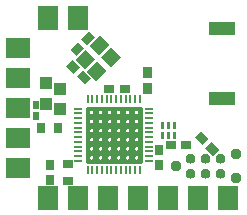
<source format=gts>
G04 DipTrace 2.4.0.2*
%IN2dB-SBLE.gts*%
%MOIN*%
%ADD10C,0.0098*%
%ADD36C,0.0374*%
%ADD44O,0.0094X0.0272*%
%ADD46O,0.0272X0.0094*%
%ADD48R,0.0213X0.0252*%
%ADD50R,0.0311X0.037*%
%ADD52R,0.0685X0.0816*%
%ADD54R,0.0816X0.0685*%
%ADD56R,0.037X0.0311*%
%ADD58R,0.0291X0.037*%
%ADD60R,0.0409X0.0449*%
%ADD62R,0.037X0.0291*%
%FSLAX44Y44*%
G04*
G70*
G90*
G75*
G01*
%LNTopMask*%
%LPD*%
G36*
X10295Y7023D2*
Y7472D1*
X11176D1*
Y7023D1*
X10295D1*
G37*
G36*
Y9346D2*
Y9794D1*
X11176D1*
Y9346D1*
X10295D1*
G37*
G36*
X9203Y6237D2*
X9089D1*
Y6469D1*
X9203D1*
Y6237D1*
G37*
G36*
X9007D2*
X8892D1*
Y6469D1*
X9007D1*
Y6237D1*
G37*
G36*
X8810D2*
X8696D1*
Y6469D1*
X8810D1*
Y6237D1*
G37*
G36*
Y5902D2*
X8696D1*
Y6135D1*
X8810D1*
Y5902D1*
G37*
G36*
X9007D2*
X8892D1*
Y6135D1*
X9007D1*
Y5902D1*
G37*
G36*
X9203D2*
X9089D1*
Y6135D1*
X9203D1*
Y5902D1*
G37*
G36*
X6245Y9024D2*
X6039Y9230D1*
X6301Y9491D1*
X6507Y9285D1*
X6245Y9024D1*
G37*
G36*
X5884Y8662D2*
X5678Y8868D1*
X5939Y9130D1*
X6145Y8924D1*
X5884Y8662D1*
G37*
G36*
X6371Y7915D2*
X6165Y7709D1*
X5903Y7970D1*
X6109Y8176D1*
X6371Y7915D1*
G37*
G36*
X6009Y8276D2*
X5803Y8070D1*
X5541Y8332D1*
X5747Y8538D1*
X6009Y8276D1*
G37*
D62*
X9025Y5680D3*
X9537D3*
D60*
X5348Y6895D3*
Y7564D3*
D62*
X7484Y7550D3*
X6972D3*
G36*
X8100Y7769D2*
X8391D1*
Y7398D1*
X8100D1*
Y7769D1*
G37*
G36*
Y8280D2*
X8391D1*
Y7910D1*
X8100D1*
Y8280D1*
G37*
D58*
X8645Y5535D3*
Y5023D3*
X5007Y5041D3*
Y4529D3*
D60*
X4862Y7073D3*
Y7742D3*
D56*
X5612Y5058D3*
Y4507D3*
D54*
X3937Y8937D3*
Y7937D3*
Y6937D3*
Y5937D3*
Y4937D3*
D52*
X4937Y9937D3*
X5937D3*
X6937Y3937D3*
X7937D3*
X8937D3*
D50*
X5250Y6273D3*
X4699D3*
D48*
X4520Y6642D3*
Y7036D3*
D52*
X4937Y3937D3*
X5937D3*
X9937D3*
X10937D3*
G36*
X10288Y5893D2*
X10082Y5687D1*
X9820Y5949D1*
X10026Y6155D1*
X10288Y5893D1*
G37*
G36*
X10650Y5531D2*
X10444Y5325D1*
X10182Y5587D1*
X10388Y5793D1*
X10650Y5531D1*
G37*
G36*
X9847Y5238D2*
X9845Y5267D1*
X9837Y5294D1*
X9825Y5320D1*
X9809Y5343D1*
X9789Y5363D1*
X9766Y5379D1*
X9740Y5391D1*
X9713Y5399D1*
X9684Y5401D1*
D1*
X9656Y5399D1*
X9629Y5391D1*
X9603Y5379D1*
X9580Y5363D1*
X9560Y5343D1*
X9543Y5320D1*
X9531Y5294D1*
X9524Y5267D1*
X9521Y5238D1*
D1*
X9524Y5210D1*
X9531Y5183D1*
X9543Y5157D1*
X9560Y5134D1*
X9580Y5113D1*
X9603Y5097D1*
X9629Y5085D1*
X9656Y5078D1*
X9684Y5075D1*
D1*
X9713Y5078D1*
X9740Y5085D1*
X9766Y5097D1*
X9789Y5113D1*
X9809Y5134D1*
X9825Y5157D1*
X9837Y5183D1*
X9845Y5210D1*
X9847Y5238D1*
G37*
G36*
X10347D2*
X10345Y5267D1*
X10337Y5294D1*
X10325Y5320D1*
X10309Y5343D1*
X10289Y5363D1*
X10266Y5379D1*
X10240Y5391D1*
X10213Y5399D1*
X10184Y5401D1*
D1*
X10156Y5399D1*
X10129Y5391D1*
X10103Y5379D1*
X10080Y5363D1*
X10060Y5343D1*
X10043Y5320D1*
X10031Y5294D1*
X10024Y5267D1*
X10021Y5238D1*
D1*
X10024Y5210D1*
X10031Y5183D1*
X10043Y5157D1*
X10060Y5134D1*
X10080Y5113D1*
X10103Y5097D1*
X10129Y5085D1*
X10156Y5078D1*
X10184Y5075D1*
D1*
X10213Y5078D1*
X10240Y5085D1*
X10266Y5097D1*
X10289Y5113D1*
X10309Y5134D1*
X10325Y5157D1*
X10337Y5183D1*
X10345Y5210D1*
X10347Y5238D1*
G37*
G36*
X10847D2*
X10845Y5267D1*
X10837Y5294D1*
X10825Y5320D1*
X10809Y5343D1*
X10789Y5363D1*
X10766Y5379D1*
X10740Y5391D1*
X10713Y5399D1*
X10684Y5401D1*
D1*
X10656Y5399D1*
X10629Y5391D1*
X10603Y5379D1*
X10580Y5363D1*
X10560Y5343D1*
X10543Y5320D1*
X10531Y5294D1*
X10524Y5267D1*
X10521Y5238D1*
D1*
X10524Y5210D1*
X10531Y5183D1*
X10543Y5157D1*
X10560Y5134D1*
X10580Y5113D1*
X10603Y5097D1*
X10629Y5085D1*
X10656Y5078D1*
X10684Y5075D1*
D1*
X10713Y5078D1*
X10740Y5085D1*
X10766Y5097D1*
X10789Y5113D1*
X10809Y5134D1*
X10825Y5157D1*
X10837Y5183D1*
X10845Y5210D1*
X10847Y5238D1*
G37*
G36*
Y4738D2*
X10845Y4767D1*
X10837Y4794D1*
X10825Y4820D1*
X10809Y4843D1*
X10789Y4863D1*
X10766Y4879D1*
X10740Y4891D1*
X10713Y4899D1*
X10684Y4901D1*
D1*
X10656Y4899D1*
X10629Y4891D1*
X10603Y4879D1*
X10580Y4863D1*
X10560Y4843D1*
X10543Y4820D1*
X10531Y4794D1*
X10524Y4767D1*
X10521Y4738D1*
D1*
X10524Y4710D1*
X10531Y4683D1*
X10543Y4657D1*
X10560Y4634D1*
X10580Y4613D1*
X10603Y4597D1*
X10629Y4585D1*
X10656Y4578D1*
X10684Y4575D1*
D1*
X10713Y4578D1*
X10740Y4585D1*
X10766Y4597D1*
X10789Y4613D1*
X10809Y4634D1*
X10825Y4657D1*
X10837Y4683D1*
X10845Y4710D1*
X10847Y4738D1*
G37*
G36*
X10347D2*
X10345Y4767D1*
X10337Y4794D1*
X10325Y4820D1*
X10309Y4843D1*
X10289Y4863D1*
X10266Y4879D1*
X10240Y4891D1*
X10213Y4899D1*
X10184Y4901D1*
D1*
X10156Y4899D1*
X10129Y4891D1*
X10103Y4879D1*
X10080Y4863D1*
X10060Y4843D1*
X10043Y4820D1*
X10031Y4794D1*
X10024Y4767D1*
X10021Y4738D1*
D1*
X10024Y4710D1*
X10031Y4683D1*
X10043Y4657D1*
X10060Y4634D1*
X10080Y4613D1*
X10103Y4597D1*
X10129Y4585D1*
X10156Y4578D1*
X10184Y4575D1*
D1*
X10213Y4578D1*
X10240Y4585D1*
X10266Y4597D1*
X10289Y4613D1*
X10309Y4634D1*
X10325Y4657D1*
X10337Y4683D1*
X10345Y4710D1*
X10347Y4738D1*
G37*
G36*
X9847D2*
X9845Y4767D1*
X9837Y4794D1*
X9825Y4820D1*
X9809Y4843D1*
X9789Y4863D1*
X9766Y4879D1*
X9740Y4891D1*
X9713Y4899D1*
X9684Y4901D1*
D1*
X9656Y4899D1*
X9629Y4891D1*
X9603Y4879D1*
X9580Y4863D1*
X9560Y4843D1*
X9543Y4820D1*
X9531Y4794D1*
X9524Y4767D1*
X9521Y4738D1*
D1*
X9524Y4710D1*
X9531Y4683D1*
X9543Y4657D1*
X9560Y4634D1*
X9580Y4613D1*
X9603Y4597D1*
X9629Y4585D1*
X9656Y4578D1*
X9684Y4575D1*
D1*
X9713Y4578D1*
X9740Y4585D1*
X9766Y4597D1*
X9789Y4613D1*
X9809Y4634D1*
X9825Y4657D1*
X9837Y4683D1*
X9845Y4710D1*
X9847Y4738D1*
G37*
D36*
X9184Y4988D3*
X11184Y5388D3*
Y4588D3*
X7468Y6183D2*
D10*
Y6191D1*
X7469Y6198D1*
X7470Y6206D1*
X7472Y6213D1*
X7474Y6221D1*
X7477Y6228D1*
X7480Y6235D1*
X7484Y6241D1*
X7488Y6248D1*
X7492Y6254D1*
X7497Y6259D1*
X7502Y6265D1*
X7508Y6270D1*
X7514Y6274D1*
X7520Y6278D1*
X7527Y6282D1*
X7533Y6285D1*
X7540Y6288D1*
X7547Y6290D1*
X7554Y6291D1*
X7562Y6292D1*
X7569Y6293D1*
X7576D1*
X7584Y6292D1*
X7591Y6291D1*
X7598Y6290D1*
X7605Y6288D1*
X7612Y6285D1*
X7619Y6282D1*
X7625Y6278D1*
X7631Y6274D1*
X7637Y6270D1*
X7643Y6265D1*
X7648Y6259D1*
X7653Y6254D1*
X7658Y6248D1*
X7662Y6241D1*
X7665Y6235D1*
X7669Y6228D1*
X7671Y6221D1*
X7674Y6213D1*
X7675Y6206D1*
X7677Y6198D1*
Y6191D1*
X7678Y6183D1*
X7677Y6175D1*
Y6168D1*
X7675Y6160D1*
X7674Y6153D1*
X7671Y6145D1*
X7669Y6138D1*
X7665Y6131D1*
X7662Y6125D1*
X7658Y6118D1*
X7653Y6112D1*
X7648Y6107D1*
X7643Y6101D1*
X7637Y6096D1*
X7631Y6092D1*
X7625Y6088D1*
X7619Y6084D1*
X7612Y6081D1*
X7605Y6078D1*
X7598Y6076D1*
X7591Y6075D1*
X7584Y6074D1*
X7576Y6073D1*
X7569D1*
X7562Y6074D1*
X7554Y6075D1*
X7547Y6076D1*
X7540Y6078D1*
X7533Y6081D1*
X7527Y6084D1*
X7520Y6088D1*
X7514Y6092D1*
X7508Y6096D1*
X7502Y6101D1*
X7497Y6107D1*
X7492Y6112D1*
X7488Y6118D1*
X7484Y6125D1*
X7480Y6131D1*
X7477Y6138D1*
X7474Y6145D1*
X7472Y6153D1*
X7470Y6160D1*
X7469Y6168D1*
X7468Y6175D1*
Y6183D1*
X7767Y6184D2*
Y6192D1*
X7768Y6200D1*
X7769Y6207D1*
X7771Y6215D1*
X7773Y6222D1*
X7776Y6229D1*
X7779Y6236D1*
X7783Y6243D1*
X7787Y6249D1*
X7792Y6255D1*
X7797Y6261D1*
X7802Y6266D1*
X7807Y6271D1*
X7813Y6275D1*
X7820Y6280D1*
X7826Y6283D1*
X7833Y6286D1*
X7840Y6289D1*
X7847Y6291D1*
X7854Y6293D1*
X7861Y6294D1*
X7868D1*
X7876D1*
X7883D1*
X7890Y6293D1*
X7897Y6291D1*
X7904Y6289D1*
X7911Y6286D1*
X7918Y6283D1*
X7925Y6280D1*
X7931Y6275D1*
X7937Y6271D1*
X7942Y6266D1*
X7948Y6261D1*
X7952Y6255D1*
X7957Y6249D1*
X7961Y6243D1*
X7965Y6236D1*
X7968Y6229D1*
X7971Y6222D1*
X7973Y6215D1*
X7975Y6207D1*
X7976Y6200D1*
X7977Y6192D1*
Y6184D1*
Y6177D1*
X7976Y6169D1*
X7975Y6161D1*
X7973Y6154D1*
X7971Y6147D1*
X7968Y6140D1*
X7965Y6133D1*
X7961Y6126D1*
X7957Y6120D1*
X7952Y6114D1*
X7948Y6108D1*
X7942Y6102D1*
X7937Y6098D1*
X7931Y6093D1*
X7925Y6089D1*
X7918Y6085D1*
X7911Y6082D1*
X7904Y6080D1*
X7897Y6078D1*
X7890Y6076D1*
X7883Y6075D1*
X7876Y6074D1*
X7868D1*
X7861Y6075D1*
X7854Y6076D1*
X7847Y6078D1*
X7840Y6080D1*
X7833Y6082D1*
X7826Y6085D1*
X7820Y6089D1*
X7813Y6093D1*
X7807Y6098D1*
X7802Y6102D1*
X7797Y6108D1*
X7792Y6114D1*
X7787Y6120D1*
X7783Y6126D1*
X7779Y6133D1*
X7776Y6140D1*
X7773Y6147D1*
X7771Y6154D1*
X7769Y6161D1*
X7768Y6169D1*
X7767Y6177D1*
Y6184D1*
X6868Y6183D2*
Y6191D1*
X6869Y6198D1*
X6870Y6206D1*
X6872Y6213D1*
X6874Y6221D1*
X6877Y6228D1*
X6880Y6235D1*
X6884Y6241D1*
X6888Y6248D1*
X6893Y6254D1*
X6898Y6259D1*
X6903Y6265D1*
X6908Y6270D1*
X6914Y6274D1*
X6921Y6278D1*
X6927Y6282D1*
X6934Y6285D1*
X6941Y6288D1*
X6948Y6290D1*
X6955Y6291D1*
X6962Y6292D1*
X6969Y6293D1*
X6977D1*
X6984Y6292D1*
X6991Y6291D1*
X6998Y6290D1*
X7006Y6288D1*
X7012Y6285D1*
X7019Y6282D1*
X7026Y6278D1*
X7032Y6274D1*
X7038Y6270D1*
X7043Y6265D1*
X7049Y6259D1*
X7053Y6254D1*
X7058Y6248D1*
X7062Y6241D1*
X7066Y6235D1*
X7069Y6228D1*
X7072Y6221D1*
X7074Y6213D1*
X7076Y6206D1*
X7077Y6198D1*
X7078Y6191D1*
Y6183D1*
Y6175D1*
X7077Y6168D1*
X7076Y6160D1*
X7074Y6153D1*
X7072Y6145D1*
X7069Y6138D1*
X7066Y6131D1*
X7062Y6125D1*
X7058Y6118D1*
X7053Y6112D1*
X7049Y6107D1*
X7043Y6101D1*
X7038Y6096D1*
X7032Y6092D1*
X7026Y6088D1*
X7019Y6084D1*
X7012Y6081D1*
X7006Y6078D1*
X6998Y6076D1*
X6991Y6075D1*
X6984Y6074D1*
X6977Y6073D1*
X6969D1*
X6962Y6074D1*
X6955Y6075D1*
X6948Y6076D1*
X6941Y6078D1*
X6934Y6081D1*
X6927Y6084D1*
X6921Y6088D1*
X6914Y6092D1*
X6908Y6096D1*
X6903Y6101D1*
X6898Y6107D1*
X6893Y6112D1*
X6888Y6118D1*
X6884Y6125D1*
X6880Y6131D1*
X6877Y6138D1*
X6874Y6145D1*
X6872Y6153D1*
X6870Y6160D1*
X6869Y6168D1*
X6868Y6175D1*
Y6183D1*
X7167Y6184D2*
Y6192D1*
X7168Y6200D1*
X7169Y6207D1*
X7171Y6215D1*
X7174Y6222D1*
X7176Y6229D1*
X7179Y6236D1*
X7183Y6243D1*
X7187Y6249D1*
X7192Y6255D1*
X7197Y6261D1*
X7202Y6266D1*
X7208Y6271D1*
X7213Y6275D1*
X7220Y6280D1*
X7226Y6283D1*
X7233Y6286D1*
X7240Y6289D1*
X7247Y6291D1*
X7254Y6293D1*
X7261Y6294D1*
X7268D1*
X7276D1*
X7283D1*
X7290Y6293D1*
X7298Y6291D1*
X7305Y6289D1*
X7311Y6286D1*
X7318Y6283D1*
X7325Y6280D1*
X7331Y6275D1*
X7337Y6271D1*
X7342Y6266D1*
X7348Y6261D1*
X7353Y6255D1*
X7357Y6249D1*
X7361Y6243D1*
X7365Y6236D1*
X7368Y6229D1*
X7371Y6222D1*
X7373Y6215D1*
X7375Y6207D1*
X7376Y6200D1*
X7377Y6192D1*
Y6184D1*
Y6177D1*
X7376Y6169D1*
X7375Y6161D1*
X7373Y6154D1*
X7371Y6147D1*
X7368Y6140D1*
X7365Y6133D1*
X7361Y6126D1*
X7357Y6120D1*
X7353Y6114D1*
X7348Y6108D1*
X7342Y6102D1*
X7337Y6098D1*
X7331Y6093D1*
X7325Y6089D1*
X7318Y6085D1*
X7311Y6082D1*
X7305Y6080D1*
X7298Y6078D1*
X7290Y6076D1*
X7283Y6075D1*
X7276Y6074D1*
X7268D1*
X7261Y6075D1*
X7254Y6076D1*
X7247Y6078D1*
X7240Y6080D1*
X7233Y6082D1*
X7226Y6085D1*
X7220Y6089D1*
X7213Y6093D1*
X7208Y6098D1*
X7202Y6102D1*
X7197Y6108D1*
X7192Y6114D1*
X7187Y6120D1*
X7183Y6126D1*
X7179Y6133D1*
X7176Y6140D1*
X7174Y6147D1*
X7171Y6154D1*
X7169Y6161D1*
X7168Y6169D1*
X7167Y6177D1*
Y6184D1*
X6568D2*
Y6192D1*
X6569Y6200D1*
X6570Y6207D1*
X6572Y6215D1*
X6574Y6222D1*
X6577Y6229D1*
X6580Y6236D1*
X6584Y6243D1*
X6588Y6249D1*
X6592Y6255D1*
X6597Y6261D1*
X6602Y6266D1*
X6608Y6271D1*
X6614Y6275D1*
X6620Y6280D1*
X6627Y6283D1*
X6633Y6286D1*
X6640Y6289D1*
X6647Y6291D1*
X6654Y6293D1*
X6662Y6294D1*
X6669D1*
X6676D1*
X6684D1*
X6691Y6293D1*
X6698Y6291D1*
X6705Y6289D1*
X6712Y6286D1*
X6719Y6283D1*
X6725Y6280D1*
X6731Y6275D1*
X6737Y6271D1*
X6743Y6266D1*
X6748Y6261D1*
X6753Y6255D1*
X6757Y6249D1*
X6762Y6243D1*
X6765Y6236D1*
X6768Y6229D1*
X6771Y6222D1*
X6773Y6215D1*
X6775Y6207D1*
X6777Y6200D1*
Y6192D1*
X6778Y6184D1*
X6777Y6177D1*
Y6169D1*
X6775Y6161D1*
X6773Y6154D1*
X6771Y6147D1*
X6768Y6140D1*
X6765Y6133D1*
X6762Y6126D1*
X6757Y6120D1*
X6753Y6114D1*
X6748Y6108D1*
X6743Y6102D1*
X6737Y6098D1*
X6731Y6093D1*
X6725Y6089D1*
X6719Y6085D1*
X6712Y6082D1*
X6705Y6080D1*
X6698Y6078D1*
X6691Y6076D1*
X6684Y6075D1*
X6676Y6074D1*
X6669D1*
X6662Y6075D1*
X6654Y6076D1*
X6647Y6078D1*
X6640Y6080D1*
X6633Y6082D1*
X6627Y6085D1*
X6620Y6089D1*
X6614Y6093D1*
X6608Y6098D1*
X6602Y6102D1*
X6597Y6108D1*
X6592Y6114D1*
X6588Y6120D1*
X6584Y6126D1*
X6580Y6133D1*
X6577Y6140D1*
X6574Y6147D1*
X6572Y6154D1*
X6570Y6161D1*
X6569Y6169D1*
X6568Y6177D1*
Y6184D1*
X6267D2*
Y6192D1*
X6268Y6200D1*
X6269Y6207D1*
X6271Y6215D1*
X6273Y6222D1*
X6276Y6229D1*
X6279Y6236D1*
X6283Y6243D1*
X6287Y6249D1*
X6292Y6255D1*
X6297Y6261D1*
X6302Y6266D1*
X6307Y6271D1*
X6313Y6275D1*
X6320Y6280D1*
X6326Y6283D1*
X6333Y6286D1*
X6340Y6289D1*
X6347Y6291D1*
X6354Y6293D1*
X6361Y6294D1*
X6368D1*
X6376D1*
X6383D1*
X6390Y6293D1*
X6397Y6291D1*
X6404Y6289D1*
X6411Y6286D1*
X6418Y6283D1*
X6425Y6280D1*
X6431Y6275D1*
X6437Y6271D1*
X6442Y6266D1*
X6448Y6261D1*
X6452Y6255D1*
X6457Y6249D1*
X6461Y6243D1*
X6465Y6236D1*
X6468Y6229D1*
X6471Y6222D1*
X6473Y6215D1*
X6475Y6207D1*
X6476Y6200D1*
X6477Y6192D1*
Y6184D1*
Y6177D1*
X6476Y6169D1*
X6475Y6161D1*
X6473Y6154D1*
X6471Y6147D1*
X6468Y6140D1*
X6465Y6133D1*
X6461Y6126D1*
X6457Y6120D1*
X6452Y6114D1*
X6448Y6108D1*
X6442Y6102D1*
X6437Y6098D1*
X6431Y6093D1*
X6425Y6089D1*
X6418Y6085D1*
X6411Y6082D1*
X6404Y6080D1*
X6397Y6078D1*
X6390Y6076D1*
X6383Y6075D1*
X6376Y6074D1*
X6368D1*
X6361Y6075D1*
X6354Y6076D1*
X6347Y6078D1*
X6340Y6080D1*
X6333Y6082D1*
X6326Y6085D1*
X6320Y6089D1*
X6313Y6093D1*
X6307Y6098D1*
X6302Y6102D1*
X6297Y6108D1*
X6292Y6114D1*
X6287Y6120D1*
X6283Y6126D1*
X6279Y6133D1*
X6276Y6140D1*
X6273Y6147D1*
X6271Y6154D1*
X6269Y6161D1*
X6268Y6169D1*
X6267Y6177D1*
Y6184D1*
X7468Y5881D2*
Y5889D1*
X7469Y5896D1*
X7470Y5904D1*
X7472Y5911D1*
X7474Y5919D1*
X7477Y5926D1*
X7480Y5933D1*
X7484Y5939D1*
X7488Y5946D1*
X7492Y5952D1*
X7497Y5958D1*
X7502Y5963D1*
X7508Y5968D1*
X7514Y5972D1*
X7520Y5976D1*
X7527Y5980D1*
X7533Y5983D1*
X7540Y5986D1*
X7547Y5988D1*
X7554Y5989D1*
X7562Y5991D1*
X7569D1*
X7576D1*
X7584D1*
X7591Y5989D1*
X7598Y5988D1*
X7605Y5986D1*
X7612Y5983D1*
X7619Y5980D1*
X7625Y5976D1*
X7631Y5972D1*
X7637Y5968D1*
X7643Y5963D1*
X7648Y5958D1*
X7653Y5952D1*
X7658Y5946D1*
X7662Y5939D1*
X7665Y5933D1*
X7669Y5926D1*
X7671Y5919D1*
X7674Y5911D1*
X7675Y5904D1*
X7677Y5896D1*
Y5889D1*
X7678Y5881D1*
X7677Y5873D1*
Y5866D1*
X7675Y5858D1*
X7674Y5851D1*
X7671Y5844D1*
X7669Y5836D1*
X7665Y5830D1*
X7662Y5823D1*
X7658Y5817D1*
X7653Y5810D1*
X7648Y5805D1*
X7643Y5799D1*
X7637Y5794D1*
X7631Y5790D1*
X7625Y5786D1*
X7619Y5782D1*
X7612Y5779D1*
X7605Y5777D1*
X7598Y5774D1*
X7591Y5773D1*
X7584Y5772D1*
X7576Y5771D1*
X7569D1*
X7562Y5772D1*
X7554Y5773D1*
X7547Y5774D1*
X7540Y5777D1*
X7533Y5779D1*
X7527Y5782D1*
X7520Y5786D1*
X7514Y5790D1*
X7508Y5794D1*
X7502Y5799D1*
X7497Y5805D1*
X7492Y5810D1*
X7488Y5817D1*
X7484Y5823D1*
X7480Y5830D1*
X7477Y5836D1*
X7474Y5844D1*
X7472Y5851D1*
X7470Y5858D1*
X7469Y5866D1*
X7468Y5873D1*
Y5881D1*
X7767Y5882D2*
Y5890D1*
X7768Y5898D1*
X7769Y5905D1*
X7771Y5913D1*
X7773Y5920D1*
X7776Y5927D1*
X7779Y5934D1*
X7783Y5941D1*
X7787Y5947D1*
X7792Y5953D1*
X7797Y5959D1*
X7802Y5964D1*
X7807Y5969D1*
X7813Y5974D1*
X7820Y5978D1*
X7826Y5981D1*
X7833Y5984D1*
X7840Y5987D1*
X7847Y5989D1*
X7854Y5991D1*
X7861Y5992D1*
X7868D1*
X7876D1*
X7883D1*
X7890Y5991D1*
X7897Y5989D1*
X7904Y5987D1*
X7911Y5984D1*
X7918Y5981D1*
X7925Y5978D1*
X7931Y5974D1*
X7937Y5969D1*
X7942Y5964D1*
X7948Y5959D1*
X7952Y5953D1*
X7957Y5947D1*
X7961Y5941D1*
X7965Y5934D1*
X7968Y5927D1*
X7971Y5920D1*
X7973Y5913D1*
X7975Y5905D1*
X7976Y5898D1*
X7977Y5890D1*
Y5882D1*
Y5875D1*
X7976Y5867D1*
X7975Y5860D1*
X7973Y5852D1*
X7971Y5845D1*
X7968Y5838D1*
X7965Y5831D1*
X7961Y5824D1*
X7957Y5818D1*
X7952Y5812D1*
X7948Y5806D1*
X7942Y5801D1*
X7937Y5796D1*
X7931Y5791D1*
X7925Y5787D1*
X7918Y5784D1*
X7911Y5780D1*
X7904Y5778D1*
X7897Y5776D1*
X7890Y5774D1*
X7883Y5773D1*
X7876D1*
X7868D1*
X7861D1*
X7854Y5774D1*
X7847Y5776D1*
X7840Y5778D1*
X7833Y5780D1*
X7826Y5784D1*
X7820Y5787D1*
X7813Y5791D1*
X7807Y5796D1*
X7802Y5801D1*
X7797Y5806D1*
X7792Y5812D1*
X7787Y5818D1*
X7783Y5824D1*
X7779Y5831D1*
X7776Y5838D1*
X7773Y5845D1*
X7771Y5852D1*
X7769Y5860D1*
X7768Y5867D1*
X7767Y5875D1*
Y5882D1*
X6868Y5881D2*
Y5889D1*
X6869Y5896D1*
X6870Y5904D1*
X6872Y5911D1*
X6874Y5919D1*
X6877Y5926D1*
X6880Y5933D1*
X6884Y5939D1*
X6888Y5946D1*
X6893Y5952D1*
X6898Y5958D1*
X6903Y5963D1*
X6908Y5968D1*
X6914Y5972D1*
X6921Y5976D1*
X6927Y5980D1*
X6934Y5983D1*
X6941Y5986D1*
X6948Y5988D1*
X6955Y5989D1*
X6962Y5991D1*
X6969D1*
X6977D1*
X6984D1*
X6991Y5989D1*
X6998Y5988D1*
X7006Y5986D1*
X7012Y5983D1*
X7019Y5980D1*
X7026Y5976D1*
X7032Y5972D1*
X7038Y5968D1*
X7043Y5963D1*
X7049Y5958D1*
X7053Y5952D1*
X7058Y5946D1*
X7062Y5939D1*
X7066Y5933D1*
X7069Y5926D1*
X7072Y5919D1*
X7074Y5911D1*
X7076Y5904D1*
X7077Y5896D1*
X7078Y5889D1*
Y5881D1*
Y5873D1*
X7077Y5866D1*
X7076Y5858D1*
X7074Y5851D1*
X7072Y5844D1*
X7069Y5836D1*
X7066Y5830D1*
X7062Y5823D1*
X7058Y5817D1*
X7053Y5810D1*
X7049Y5805D1*
X7043Y5799D1*
X7038Y5794D1*
X7032Y5790D1*
X7026Y5786D1*
X7019Y5782D1*
X7012Y5779D1*
X7006Y5777D1*
X6998Y5774D1*
X6991Y5773D1*
X6984Y5772D1*
X6977Y5771D1*
X6969D1*
X6962Y5772D1*
X6955Y5773D1*
X6948Y5774D1*
X6941Y5777D1*
X6934Y5779D1*
X6927Y5782D1*
X6921Y5786D1*
X6914Y5790D1*
X6908Y5794D1*
X6903Y5799D1*
X6898Y5805D1*
X6893Y5810D1*
X6888Y5817D1*
X6884Y5823D1*
X6880Y5830D1*
X6877Y5836D1*
X6874Y5844D1*
X6872Y5851D1*
X6870Y5858D1*
X6869Y5866D1*
X6868Y5873D1*
Y5881D1*
X7167Y5882D2*
Y5890D1*
X7168Y5898D1*
X7169Y5905D1*
X7171Y5913D1*
X7174Y5920D1*
X7176Y5927D1*
X7179Y5934D1*
X7183Y5941D1*
X7187Y5947D1*
X7192Y5953D1*
X7197Y5959D1*
X7202Y5964D1*
X7208Y5969D1*
X7213Y5974D1*
X7220Y5978D1*
X7226Y5981D1*
X7233Y5984D1*
X7240Y5987D1*
X7247Y5989D1*
X7254Y5991D1*
X7261Y5992D1*
X7268D1*
X7276D1*
X7283D1*
X7290Y5991D1*
X7298Y5989D1*
X7305Y5987D1*
X7311Y5984D1*
X7318Y5981D1*
X7325Y5978D1*
X7331Y5974D1*
X7337Y5969D1*
X7342Y5964D1*
X7348Y5959D1*
X7353Y5953D1*
X7357Y5947D1*
X7361Y5941D1*
X7365Y5934D1*
X7368Y5927D1*
X7371Y5920D1*
X7373Y5913D1*
X7375Y5905D1*
X7376Y5898D1*
X7377Y5890D1*
Y5882D1*
Y5875D1*
X7376Y5867D1*
X7375Y5860D1*
X7373Y5852D1*
X7371Y5845D1*
X7368Y5838D1*
X7365Y5831D1*
X7361Y5824D1*
X7357Y5818D1*
X7353Y5812D1*
X7348Y5806D1*
X7342Y5801D1*
X7337Y5796D1*
X7331Y5791D1*
X7325Y5787D1*
X7318Y5784D1*
X7311Y5780D1*
X7305Y5778D1*
X7298Y5776D1*
X7290Y5774D1*
X7283Y5773D1*
X7276D1*
X7268D1*
X7261D1*
X7254Y5774D1*
X7247Y5776D1*
X7240Y5778D1*
X7233Y5780D1*
X7226Y5784D1*
X7220Y5787D1*
X7213Y5791D1*
X7208Y5796D1*
X7202Y5801D1*
X7197Y5806D1*
X7192Y5812D1*
X7187Y5818D1*
X7183Y5824D1*
X7179Y5831D1*
X7176Y5838D1*
X7174Y5845D1*
X7171Y5852D1*
X7169Y5860D1*
X7168Y5867D1*
X7167Y5875D1*
Y5882D1*
X6568D2*
Y5890D1*
X6569Y5898D1*
X6570Y5905D1*
X6572Y5913D1*
X6574Y5920D1*
X6577Y5927D1*
X6580Y5934D1*
X6584Y5941D1*
X6588Y5947D1*
X6592Y5953D1*
X6597Y5959D1*
X6602Y5964D1*
X6608Y5969D1*
X6614Y5974D1*
X6620Y5978D1*
X6627Y5981D1*
X6633Y5984D1*
X6640Y5987D1*
X6647Y5989D1*
X6654Y5991D1*
X6662Y5992D1*
X6669D1*
X6676D1*
X6684D1*
X6691Y5991D1*
X6698Y5989D1*
X6705Y5987D1*
X6712Y5984D1*
X6719Y5981D1*
X6725Y5978D1*
X6731Y5974D1*
X6737Y5969D1*
X6743Y5964D1*
X6748Y5959D1*
X6753Y5953D1*
X6757Y5947D1*
X6762Y5941D1*
X6765Y5934D1*
X6768Y5927D1*
X6771Y5920D1*
X6773Y5913D1*
X6775Y5905D1*
X6777Y5898D1*
Y5890D1*
X6778Y5882D1*
X6777Y5875D1*
Y5867D1*
X6775Y5860D1*
X6773Y5852D1*
X6771Y5845D1*
X6768Y5838D1*
X6765Y5831D1*
X6762Y5824D1*
X6757Y5818D1*
X6753Y5812D1*
X6748Y5806D1*
X6743Y5801D1*
X6737Y5796D1*
X6731Y5791D1*
X6725Y5787D1*
X6719Y5784D1*
X6712Y5780D1*
X6705Y5778D1*
X6698Y5776D1*
X6691Y5774D1*
X6684Y5773D1*
X6676D1*
X6669D1*
X6662D1*
X6654Y5774D1*
X6647Y5776D1*
X6640Y5778D1*
X6633Y5780D1*
X6627Y5784D1*
X6620Y5787D1*
X6614Y5791D1*
X6608Y5796D1*
X6602Y5801D1*
X6597Y5806D1*
X6592Y5812D1*
X6588Y5818D1*
X6584Y5824D1*
X6580Y5831D1*
X6577Y5838D1*
X6574Y5845D1*
X6572Y5852D1*
X6570Y5860D1*
X6569Y5867D1*
X6568Y5875D1*
Y5882D1*
X6267D2*
Y5890D1*
X6268Y5898D1*
X6269Y5905D1*
X6271Y5913D1*
X6273Y5920D1*
X6276Y5927D1*
X6279Y5934D1*
X6283Y5941D1*
X6287Y5947D1*
X6292Y5953D1*
X6297Y5959D1*
X6302Y5964D1*
X6307Y5969D1*
X6313Y5974D1*
X6320Y5978D1*
X6326Y5981D1*
X6333Y5984D1*
X6340Y5987D1*
X6347Y5989D1*
X6354Y5991D1*
X6361Y5992D1*
X6368D1*
X6376D1*
X6383D1*
X6390Y5991D1*
X6397Y5989D1*
X6404Y5987D1*
X6411Y5984D1*
X6418Y5981D1*
X6425Y5978D1*
X6431Y5974D1*
X6437Y5969D1*
X6442Y5964D1*
X6448Y5959D1*
X6452Y5953D1*
X6457Y5947D1*
X6461Y5941D1*
X6465Y5934D1*
X6468Y5927D1*
X6471Y5920D1*
X6473Y5913D1*
X6475Y5905D1*
X6476Y5898D1*
X6477Y5890D1*
Y5882D1*
Y5875D1*
X6476Y5867D1*
X6475Y5860D1*
X6473Y5852D1*
X6471Y5845D1*
X6468Y5838D1*
X6465Y5831D1*
X6461Y5824D1*
X6457Y5818D1*
X6452Y5812D1*
X6448Y5806D1*
X6442Y5801D1*
X6437Y5796D1*
X6431Y5791D1*
X6425Y5787D1*
X6418Y5784D1*
X6411Y5780D1*
X6404Y5778D1*
X6397Y5776D1*
X6390Y5774D1*
X6383Y5773D1*
X6376D1*
X6368D1*
X6361D1*
X6354Y5774D1*
X6347Y5776D1*
X6340Y5778D1*
X6333Y5780D1*
X6326Y5784D1*
X6320Y5787D1*
X6313Y5791D1*
X6307Y5796D1*
X6302Y5801D1*
X6297Y5806D1*
X6292Y5812D1*
X6287Y5818D1*
X6283Y5824D1*
X6279Y5831D1*
X6276Y5838D1*
X6273Y5845D1*
X6271Y5852D1*
X6269Y5860D1*
X6268Y5867D1*
X6267Y5875D1*
Y5882D1*
X7469Y6483D2*
Y6491D1*
X7470Y6499D1*
X7471Y6506D1*
X7473Y6514D1*
X7475Y6521D1*
X7478Y6528D1*
X7481Y6535D1*
X7485Y6542D1*
X7489Y6548D1*
X7494Y6554D1*
X7499Y6560D1*
X7504Y6565D1*
X7509Y6570D1*
X7515Y6575D1*
X7522Y6579D1*
X7528Y6582D1*
X7535Y6585D1*
X7542Y6588D1*
X7549Y6590D1*
X7556Y6592D1*
X7563Y6593D1*
X7570D1*
X7578D1*
X7585D1*
X7592Y6592D1*
X7600Y6590D1*
X7607Y6588D1*
X7613Y6585D1*
X7620Y6582D1*
X7627Y6579D1*
X7633Y6575D1*
X7639Y6570D1*
X7644Y6565D1*
X7650Y6560D1*
X7655Y6554D1*
X7659Y6548D1*
X7663Y6542D1*
X7667Y6535D1*
X7670Y6528D1*
X7673Y6521D1*
X7675Y6514D1*
X7677Y6506D1*
X7678Y6499D1*
X7679Y6491D1*
Y6483D1*
Y6476D1*
X7678Y6468D1*
X7677Y6460D1*
X7675Y6453D1*
X7673Y6446D1*
X7670Y6439D1*
X7667Y6432D1*
X7663Y6425D1*
X7659Y6419D1*
X7655Y6413D1*
X7650Y6407D1*
X7644Y6402D1*
X7639Y6397D1*
X7633Y6392D1*
X7627Y6388D1*
X7620Y6385D1*
X7613Y6381D1*
X7607Y6379D1*
X7600Y6377D1*
X7592Y6375D1*
X7585Y6374D1*
X7578Y6373D1*
X7570D1*
X7563Y6374D1*
X7556Y6375D1*
X7549Y6377D1*
X7542Y6379D1*
X7535Y6381D1*
X7528Y6385D1*
X7522Y6388D1*
X7515Y6392D1*
X7509Y6397D1*
X7504Y6402D1*
X7499Y6407D1*
X7494Y6413D1*
X7489Y6419D1*
X7485Y6425D1*
X7481Y6432D1*
X7478Y6439D1*
X7475Y6446D1*
X7473Y6453D1*
X7471Y6460D1*
X7470Y6468D1*
X7469Y6476D1*
Y6483D1*
X7768Y6485D2*
Y6492D1*
X7769Y6500D1*
X7771Y6508D1*
X7772Y6515D1*
X7775Y6522D1*
X7777Y6529D1*
X7781Y6536D1*
X7784Y6543D1*
X7788Y6549D1*
X7793Y6555D1*
X7798Y6561D1*
X7803Y6566D1*
X7809Y6571D1*
X7814Y6576D1*
X7821Y6580D1*
X7827Y6584D1*
X7834Y6587D1*
X7841Y6589D1*
X7848Y6591D1*
X7855Y6593D1*
X7862Y6594D1*
X7870Y6595D1*
X7877D1*
X7884Y6594D1*
X7891Y6593D1*
X7899Y6591D1*
X7906Y6589D1*
X7913Y6587D1*
X7919Y6584D1*
X7926Y6580D1*
X7932Y6576D1*
X7938Y6571D1*
X7943Y6566D1*
X7949Y6561D1*
X7954Y6555D1*
X7958Y6549D1*
X7962Y6543D1*
X7966Y6536D1*
X7969Y6529D1*
X7972Y6522D1*
X7974Y6515D1*
X7976Y6508D1*
X7977Y6500D1*
X7978Y6492D1*
Y6485D1*
Y6477D1*
X7977Y6469D1*
X7976Y6462D1*
X7974Y6454D1*
X7972Y6447D1*
X7969Y6440D1*
X7966Y6433D1*
X7962Y6426D1*
X7958Y6420D1*
X7954Y6414D1*
X7949Y6408D1*
X7943Y6403D1*
X7938Y6398D1*
X7932Y6393D1*
X7926Y6389D1*
X7919Y6386D1*
X7913Y6383D1*
X7906Y6380D1*
X7899Y6378D1*
X7891Y6376D1*
X7884Y6375D1*
X7877D1*
X7870D1*
X7862D1*
X7855Y6376D1*
X7848Y6378D1*
X7841Y6380D1*
X7834Y6383D1*
X7827Y6386D1*
X7821Y6389D1*
X7814Y6393D1*
X7809Y6398D1*
X7803Y6403D1*
X7798Y6408D1*
X7793Y6414D1*
X7788Y6420D1*
X7784Y6426D1*
X7781Y6433D1*
X7777Y6440D1*
X7775Y6447D1*
X7772Y6454D1*
X7771Y6462D1*
X7769Y6469D1*
X7768Y6477D1*
Y6485D1*
X6869Y6483D2*
X6870Y6491D1*
Y6499D1*
X6872Y6506D1*
X6873Y6514D1*
X6876Y6521D1*
X6878Y6528D1*
X6882Y6535D1*
X6885Y6542D1*
X6889Y6548D1*
X6894Y6554D1*
X6899Y6560D1*
X6904Y6565D1*
X6910Y6570D1*
X6916Y6575D1*
X6922Y6579D1*
X6928Y6582D1*
X6935Y6585D1*
X6942Y6588D1*
X6949Y6590D1*
X6956Y6592D1*
X6963Y6593D1*
X6971D1*
X6978D1*
X6985D1*
X6992Y6592D1*
X7000Y6590D1*
X7007Y6588D1*
X7014Y6585D1*
X7020Y6582D1*
X7027Y6579D1*
X7033Y6575D1*
X7039Y6570D1*
X7044Y6565D1*
X7050Y6560D1*
X7055Y6554D1*
X7059Y6548D1*
X7063Y6542D1*
X7067Y6535D1*
X7070Y6528D1*
X7073Y6521D1*
X7075Y6514D1*
X7077Y6506D1*
X7078Y6499D1*
X7079Y6491D1*
Y6483D1*
Y6476D1*
X7078Y6468D1*
X7077Y6460D1*
X7075Y6453D1*
X7073Y6446D1*
X7070Y6439D1*
X7067Y6432D1*
X7063Y6425D1*
X7059Y6419D1*
X7055Y6413D1*
X7050Y6407D1*
X7044Y6402D1*
X7039Y6397D1*
X7033Y6392D1*
X7027Y6388D1*
X7020Y6385D1*
X7014Y6381D1*
X7007Y6379D1*
X7000Y6377D1*
X6992Y6375D1*
X6985Y6374D1*
X6978Y6373D1*
X6971D1*
X6963Y6374D1*
X6956Y6375D1*
X6949Y6377D1*
X6942Y6379D1*
X6935Y6381D1*
X6928Y6385D1*
X6922Y6388D1*
X6916Y6392D1*
X6910Y6397D1*
X6904Y6402D1*
X6899Y6407D1*
X6894Y6413D1*
X6889Y6419D1*
X6885Y6425D1*
X6882Y6432D1*
X6878Y6439D1*
X6876Y6446D1*
X6873Y6453D1*
X6872Y6460D1*
X6870Y6468D1*
Y6476D1*
X6869Y6483D1*
X7169Y6485D2*
Y6492D1*
X7170Y6500D1*
X7171Y6508D1*
X7173Y6515D1*
X7175Y6522D1*
X7178Y6529D1*
X7181Y6536D1*
X7185Y6543D1*
X7189Y6549D1*
X7193Y6555D1*
X7198Y6561D1*
X7203Y6566D1*
X7209Y6571D1*
X7215Y6576D1*
X7221Y6580D1*
X7228Y6584D1*
X7234Y6587D1*
X7241Y6589D1*
X7248Y6591D1*
X7255Y6593D1*
X7263Y6594D1*
X7270Y6595D1*
X7277D1*
X7285Y6594D1*
X7292Y6593D1*
X7299Y6591D1*
X7306Y6589D1*
X7313Y6587D1*
X7320Y6584D1*
X7326Y6580D1*
X7332Y6576D1*
X7338Y6571D1*
X7344Y6566D1*
X7349Y6561D1*
X7354Y6555D1*
X7359Y6549D1*
X7363Y6543D1*
X7366Y6536D1*
X7369Y6529D1*
X7372Y6522D1*
X7374Y6515D1*
X7376Y6508D1*
X7378Y6500D1*
Y6492D1*
X7379Y6485D1*
X7378Y6477D1*
Y6469D1*
X7376Y6462D1*
X7374Y6454D1*
X7372Y6447D1*
X7369Y6440D1*
X7366Y6433D1*
X7363Y6426D1*
X7359Y6420D1*
X7354Y6414D1*
X7349Y6408D1*
X7344Y6403D1*
X7338Y6398D1*
X7332Y6393D1*
X7326Y6389D1*
X7320Y6386D1*
X7313Y6383D1*
X7306Y6380D1*
X7299Y6378D1*
X7292Y6376D1*
X7285Y6375D1*
X7277D1*
X7270D1*
X7263D1*
X7255Y6376D1*
X7248Y6378D1*
X7241Y6380D1*
X7234Y6383D1*
X7228Y6386D1*
X7221Y6389D1*
X7215Y6393D1*
X7209Y6398D1*
X7203Y6403D1*
X7198Y6408D1*
X7193Y6414D1*
X7189Y6420D1*
X7185Y6426D1*
X7181Y6433D1*
X7178Y6440D1*
X7175Y6447D1*
X7173Y6454D1*
X7171Y6462D1*
X7170Y6469D1*
X7169Y6477D1*
Y6485D1*
X6569D2*
Y6492D1*
X6570Y6500D1*
X6571Y6508D1*
X6573Y6515D1*
X6575Y6522D1*
X6578Y6529D1*
X6581Y6536D1*
X6585Y6543D1*
X6589Y6549D1*
X6593Y6555D1*
X6598Y6561D1*
X6603Y6566D1*
X6609Y6571D1*
X6615Y6576D1*
X6621Y6580D1*
X6628Y6584D1*
X6634Y6587D1*
X6641Y6589D1*
X6648Y6591D1*
X6656Y6593D1*
X6663Y6594D1*
X6670Y6595D1*
X6677D1*
X6685Y6594D1*
X6692Y6593D1*
X6699Y6591D1*
X6706Y6589D1*
X6713Y6587D1*
X6720Y6584D1*
X6726Y6580D1*
X6732Y6576D1*
X6738Y6571D1*
X6744Y6566D1*
X6749Y6561D1*
X6754Y6555D1*
X6759Y6549D1*
X6763Y6543D1*
X6766Y6536D1*
X6770Y6529D1*
X6772Y6522D1*
X6775Y6515D1*
X6776Y6508D1*
X6778Y6500D1*
Y6492D1*
X6779Y6485D1*
X6778Y6477D1*
Y6469D1*
X6776Y6462D1*
X6775Y6454D1*
X6772Y6447D1*
X6770Y6440D1*
X6766Y6433D1*
X6763Y6426D1*
X6759Y6420D1*
X6754Y6414D1*
X6749Y6408D1*
X6744Y6403D1*
X6738Y6398D1*
X6732Y6393D1*
X6726Y6389D1*
X6720Y6386D1*
X6713Y6383D1*
X6706Y6380D1*
X6699Y6378D1*
X6692Y6376D1*
X6685Y6375D1*
X6677D1*
X6670D1*
X6663D1*
X6656Y6376D1*
X6648Y6378D1*
X6641Y6380D1*
X6634Y6383D1*
X6628Y6386D1*
X6621Y6389D1*
X6615Y6393D1*
X6609Y6398D1*
X6603Y6403D1*
X6598Y6408D1*
X6593Y6414D1*
X6589Y6420D1*
X6585Y6426D1*
X6581Y6433D1*
X6578Y6440D1*
X6575Y6447D1*
X6573Y6454D1*
X6571Y6462D1*
X6570Y6469D1*
X6569Y6477D1*
Y6485D1*
X6268D2*
X6269Y6492D1*
Y6500D1*
X6271Y6508D1*
X6272Y6515D1*
X6275Y6522D1*
X6277Y6529D1*
X6281Y6536D1*
X6284Y6543D1*
X6288Y6549D1*
X6293Y6555D1*
X6298Y6561D1*
X6303Y6566D1*
X6309Y6571D1*
X6315Y6576D1*
X6321Y6580D1*
X6327Y6584D1*
X6334Y6587D1*
X6341Y6589D1*
X6348Y6591D1*
X6355Y6593D1*
X6362Y6594D1*
X6370Y6595D1*
X6377D1*
X6384Y6594D1*
X6391Y6593D1*
X6399Y6591D1*
X6406Y6589D1*
X6413Y6587D1*
X6419Y6584D1*
X6426Y6580D1*
X6432Y6576D1*
X6438Y6571D1*
X6443Y6566D1*
X6449Y6561D1*
X6454Y6555D1*
X6458Y6549D1*
X6462Y6543D1*
X6466Y6536D1*
X6469Y6529D1*
X6472Y6522D1*
X6474Y6515D1*
X6476Y6508D1*
X6477Y6500D1*
X6478Y6492D1*
Y6485D1*
Y6477D1*
X6477Y6469D1*
X6476Y6462D1*
X6474Y6454D1*
X6472Y6447D1*
X6469Y6440D1*
X6466Y6433D1*
X6462Y6426D1*
X6458Y6420D1*
X6454Y6414D1*
X6449Y6408D1*
X6443Y6403D1*
X6438Y6398D1*
X6432Y6393D1*
X6426Y6389D1*
X6419Y6386D1*
X6413Y6383D1*
X6406Y6380D1*
X6399Y6378D1*
X6391Y6376D1*
X6384Y6375D1*
X6377D1*
X6370D1*
X6362D1*
X6355Y6376D1*
X6348Y6378D1*
X6341Y6380D1*
X6334Y6383D1*
X6327Y6386D1*
X6321Y6389D1*
X6315Y6393D1*
X6309Y6398D1*
X6303Y6403D1*
X6298Y6408D1*
X6293Y6414D1*
X6288Y6420D1*
X6284Y6426D1*
X6281Y6433D1*
X6277Y6440D1*
X6275Y6447D1*
X6272Y6454D1*
X6271Y6462D1*
X6269Y6469D1*
Y6477D1*
X6268Y6485D1*
X7468Y5579D2*
Y5587D1*
X7469Y5594D1*
X7470Y5602D1*
X7472Y5609D1*
X7474Y5617D1*
X7477Y5624D1*
X7480Y5631D1*
X7484Y5637D1*
X7488Y5644D1*
X7492Y5650D1*
X7497Y5656D1*
X7502Y5661D1*
X7508Y5666D1*
X7514Y5670D1*
X7520Y5674D1*
X7527Y5678D1*
X7533Y5681D1*
X7540Y5684D1*
X7547Y5686D1*
X7554Y5687D1*
X7562Y5689D1*
X7569D1*
X7576D1*
X7584D1*
X7591Y5687D1*
X7598Y5686D1*
X7605Y5684D1*
X7612Y5681D1*
X7619Y5678D1*
X7625Y5674D1*
X7631Y5670D1*
X7637Y5666D1*
X7643Y5661D1*
X7648Y5656D1*
X7653Y5650D1*
X7658Y5644D1*
X7662Y5637D1*
X7665Y5631D1*
X7669Y5624D1*
X7671Y5617D1*
X7674Y5609D1*
X7675Y5602D1*
X7677Y5594D1*
Y5587D1*
X7678Y5579D1*
X7677Y5571D1*
Y5564D1*
X7675Y5556D1*
X7674Y5549D1*
X7671Y5542D1*
X7669Y5534D1*
X7665Y5527D1*
X7662Y5521D1*
X7658Y5514D1*
X7653Y5508D1*
X7648Y5503D1*
X7643Y5497D1*
X7637Y5492D1*
X7631Y5488D1*
X7625Y5484D1*
X7619Y5480D1*
X7612Y5477D1*
X7605Y5475D1*
X7598Y5472D1*
X7591Y5471D1*
X7584Y5470D1*
X7576Y5469D1*
X7569D1*
X7562Y5470D1*
X7554Y5471D1*
X7547Y5472D1*
X7540Y5475D1*
X7533Y5477D1*
X7527Y5480D1*
X7520Y5484D1*
X7514Y5488D1*
X7508Y5492D1*
X7502Y5497D1*
X7497Y5503D1*
X7492Y5508D1*
X7488Y5514D1*
X7484Y5521D1*
X7480Y5527D1*
X7477Y5534D1*
X7474Y5542D1*
X7472Y5549D1*
X7470Y5556D1*
X7469Y5564D1*
X7468Y5571D1*
Y5579D1*
X7767Y5580D2*
Y5588D1*
X7768Y5596D1*
X7769Y5603D1*
X7771Y5611D1*
X7773Y5618D1*
X7776Y5625D1*
X7779Y5632D1*
X7783Y5639D1*
X7787Y5645D1*
X7792Y5651D1*
X7797Y5657D1*
X7802Y5662D1*
X7807Y5667D1*
X7813Y5672D1*
X7820Y5676D1*
X7826Y5679D1*
X7833Y5682D1*
X7840Y5685D1*
X7847Y5687D1*
X7854Y5689D1*
X7861Y5690D1*
X7868D1*
X7876D1*
X7883D1*
X7890Y5689D1*
X7897Y5687D1*
X7904Y5685D1*
X7911Y5682D1*
X7918Y5679D1*
X7925Y5676D1*
X7931Y5672D1*
X7937Y5667D1*
X7942Y5662D1*
X7948Y5657D1*
X7952Y5651D1*
X7957Y5645D1*
X7961Y5639D1*
X7965Y5632D1*
X7968Y5625D1*
X7971Y5618D1*
X7973Y5611D1*
X7975Y5603D1*
X7976Y5596D1*
X7977Y5588D1*
Y5580D1*
Y5573D1*
X7976Y5565D1*
X7975Y5558D1*
X7973Y5550D1*
X7971Y5543D1*
X7968Y5536D1*
X7965Y5529D1*
X7961Y5522D1*
X7957Y5516D1*
X7952Y5510D1*
X7948Y5504D1*
X7942Y5499D1*
X7937Y5494D1*
X7931Y5489D1*
X7925Y5485D1*
X7918Y5482D1*
X7911Y5478D1*
X7904Y5476D1*
X7897Y5474D1*
X7890Y5472D1*
X7883Y5471D1*
X7876D1*
X7868D1*
X7861D1*
X7854Y5472D1*
X7847Y5474D1*
X7840Y5476D1*
X7833Y5478D1*
X7826Y5482D1*
X7820Y5485D1*
X7813Y5489D1*
X7807Y5494D1*
X7802Y5499D1*
X7797Y5504D1*
X7792Y5510D1*
X7787Y5516D1*
X7783Y5522D1*
X7779Y5529D1*
X7776Y5536D1*
X7773Y5543D1*
X7771Y5550D1*
X7769Y5558D1*
X7768Y5565D1*
X7767Y5573D1*
Y5580D1*
X6868Y5579D2*
Y5587D1*
X6869Y5594D1*
X6870Y5602D1*
X6872Y5609D1*
X6874Y5617D1*
X6877Y5624D1*
X6880Y5631D1*
X6884Y5637D1*
X6888Y5644D1*
X6893Y5650D1*
X6898Y5656D1*
X6903Y5661D1*
X6908Y5666D1*
X6914Y5670D1*
X6921Y5674D1*
X6927Y5678D1*
X6934Y5681D1*
X6941Y5684D1*
X6948Y5686D1*
X6955Y5687D1*
X6962Y5689D1*
X6969D1*
X6977D1*
X6984D1*
X6991Y5687D1*
X6998Y5686D1*
X7006Y5684D1*
X7012Y5681D1*
X7019Y5678D1*
X7026Y5674D1*
X7032Y5670D1*
X7038Y5666D1*
X7043Y5661D1*
X7049Y5656D1*
X7053Y5650D1*
X7058Y5644D1*
X7062Y5637D1*
X7066Y5631D1*
X7069Y5624D1*
X7072Y5617D1*
X7074Y5609D1*
X7076Y5602D1*
X7077Y5594D1*
X7078Y5587D1*
Y5579D1*
Y5571D1*
X7077Y5564D1*
X7076Y5556D1*
X7074Y5549D1*
X7072Y5542D1*
X7069Y5534D1*
X7066Y5527D1*
X7062Y5521D1*
X7058Y5514D1*
X7053Y5508D1*
X7049Y5503D1*
X7043Y5497D1*
X7038Y5492D1*
X7032Y5488D1*
X7026Y5484D1*
X7019Y5480D1*
X7012Y5477D1*
X7006Y5475D1*
X6998Y5472D1*
X6991Y5471D1*
X6984Y5470D1*
X6977Y5469D1*
X6969D1*
X6962Y5470D1*
X6955Y5471D1*
X6948Y5472D1*
X6941Y5475D1*
X6934Y5477D1*
X6927Y5480D1*
X6921Y5484D1*
X6914Y5488D1*
X6908Y5492D1*
X6903Y5497D1*
X6898Y5503D1*
X6893Y5508D1*
X6888Y5514D1*
X6884Y5521D1*
X6880Y5527D1*
X6877Y5534D1*
X6874Y5542D1*
X6872Y5549D1*
X6870Y5556D1*
X6869Y5564D1*
X6868Y5571D1*
Y5579D1*
X7167Y5580D2*
Y5588D1*
X7168Y5596D1*
X7169Y5603D1*
X7171Y5611D1*
X7174Y5618D1*
X7176Y5625D1*
X7179Y5632D1*
X7183Y5639D1*
X7187Y5645D1*
X7192Y5651D1*
X7197Y5657D1*
X7202Y5662D1*
X7208Y5667D1*
X7213Y5672D1*
X7220Y5676D1*
X7226Y5679D1*
X7233Y5682D1*
X7240Y5685D1*
X7247Y5687D1*
X7254Y5689D1*
X7261Y5690D1*
X7268D1*
X7276D1*
X7283D1*
X7290Y5689D1*
X7298Y5687D1*
X7305Y5685D1*
X7311Y5682D1*
X7318Y5679D1*
X7325Y5676D1*
X7331Y5672D1*
X7337Y5667D1*
X7342Y5662D1*
X7348Y5657D1*
X7353Y5651D1*
X7357Y5645D1*
X7361Y5639D1*
X7365Y5632D1*
X7368Y5625D1*
X7371Y5618D1*
X7373Y5611D1*
X7375Y5603D1*
X7376Y5596D1*
X7377Y5588D1*
Y5580D1*
Y5573D1*
X7376Y5565D1*
X7375Y5558D1*
X7373Y5550D1*
X7371Y5543D1*
X7368Y5536D1*
X7365Y5529D1*
X7361Y5522D1*
X7357Y5516D1*
X7353Y5510D1*
X7348Y5504D1*
X7342Y5499D1*
X7337Y5494D1*
X7331Y5489D1*
X7325Y5485D1*
X7318Y5482D1*
X7311Y5478D1*
X7305Y5476D1*
X7298Y5474D1*
X7290Y5472D1*
X7283Y5471D1*
X7276D1*
X7268D1*
X7261D1*
X7254Y5472D1*
X7247Y5474D1*
X7240Y5476D1*
X7233Y5478D1*
X7226Y5482D1*
X7220Y5485D1*
X7213Y5489D1*
X7208Y5494D1*
X7202Y5499D1*
X7197Y5504D1*
X7192Y5510D1*
X7187Y5516D1*
X7183Y5522D1*
X7179Y5529D1*
X7176Y5536D1*
X7174Y5543D1*
X7171Y5550D1*
X7169Y5558D1*
X7168Y5565D1*
X7167Y5573D1*
Y5580D1*
X6568D2*
Y5588D1*
X6569Y5596D1*
X6570Y5603D1*
X6572Y5611D1*
X6574Y5618D1*
X6577Y5625D1*
X6580Y5632D1*
X6584Y5639D1*
X6588Y5645D1*
X6592Y5651D1*
X6597Y5657D1*
X6602Y5662D1*
X6608Y5667D1*
X6614Y5672D1*
X6620Y5676D1*
X6627Y5679D1*
X6633Y5682D1*
X6640Y5685D1*
X6647Y5687D1*
X6654Y5689D1*
X6662Y5690D1*
X6669D1*
X6676D1*
X6684D1*
X6691Y5689D1*
X6698Y5687D1*
X6705Y5685D1*
X6712Y5682D1*
X6719Y5679D1*
X6725Y5676D1*
X6731Y5672D1*
X6737Y5667D1*
X6743Y5662D1*
X6748Y5657D1*
X6753Y5651D1*
X6757Y5645D1*
X6762Y5639D1*
X6765Y5632D1*
X6768Y5625D1*
X6771Y5618D1*
X6773Y5611D1*
X6775Y5603D1*
X6777Y5596D1*
Y5588D1*
X6778Y5580D1*
X6777Y5573D1*
Y5565D1*
X6775Y5558D1*
X6773Y5550D1*
X6771Y5543D1*
X6768Y5536D1*
X6765Y5529D1*
X6762Y5522D1*
X6757Y5516D1*
X6753Y5510D1*
X6748Y5504D1*
X6743Y5499D1*
X6737Y5494D1*
X6731Y5489D1*
X6725Y5485D1*
X6719Y5482D1*
X6712Y5478D1*
X6705Y5476D1*
X6698Y5474D1*
X6691Y5472D1*
X6684Y5471D1*
X6676D1*
X6669D1*
X6662D1*
X6654Y5472D1*
X6647Y5474D1*
X6640Y5476D1*
X6633Y5478D1*
X6627Y5482D1*
X6620Y5485D1*
X6614Y5489D1*
X6608Y5494D1*
X6602Y5499D1*
X6597Y5504D1*
X6592Y5510D1*
X6588Y5516D1*
X6584Y5522D1*
X6580Y5529D1*
X6577Y5536D1*
X6574Y5543D1*
X6572Y5550D1*
X6570Y5558D1*
X6569Y5565D1*
X6568Y5573D1*
Y5580D1*
X6267D2*
Y5588D1*
X6268Y5596D1*
X6269Y5603D1*
X6271Y5611D1*
X6273Y5618D1*
X6276Y5625D1*
X6279Y5632D1*
X6283Y5639D1*
X6287Y5645D1*
X6292Y5651D1*
X6297Y5657D1*
X6302Y5662D1*
X6307Y5667D1*
X6313Y5672D1*
X6320Y5676D1*
X6326Y5679D1*
X6333Y5682D1*
X6340Y5685D1*
X6347Y5687D1*
X6354Y5689D1*
X6361Y5690D1*
X6368D1*
X6376D1*
X6383D1*
X6390Y5689D1*
X6397Y5687D1*
X6404Y5685D1*
X6411Y5682D1*
X6418Y5679D1*
X6425Y5676D1*
X6431Y5672D1*
X6437Y5667D1*
X6442Y5662D1*
X6448Y5657D1*
X6452Y5651D1*
X6457Y5645D1*
X6461Y5639D1*
X6465Y5632D1*
X6468Y5625D1*
X6471Y5618D1*
X6473Y5611D1*
X6475Y5603D1*
X6476Y5596D1*
X6477Y5588D1*
Y5580D1*
Y5573D1*
X6476Y5565D1*
X6475Y5558D1*
X6473Y5550D1*
X6471Y5543D1*
X6468Y5536D1*
X6465Y5529D1*
X6461Y5522D1*
X6457Y5516D1*
X6452Y5510D1*
X6448Y5504D1*
X6442Y5499D1*
X6437Y5494D1*
X6431Y5489D1*
X6425Y5485D1*
X6418Y5482D1*
X6411Y5478D1*
X6404Y5476D1*
X6397Y5474D1*
X6390Y5472D1*
X6383Y5471D1*
X6376D1*
X6368D1*
X6361D1*
X6354Y5472D1*
X6347Y5474D1*
X6340Y5476D1*
X6333Y5478D1*
X6326Y5482D1*
X6320Y5485D1*
X6313Y5489D1*
X6307Y5494D1*
X6302Y5499D1*
X6297Y5504D1*
X6292Y5510D1*
X6287Y5516D1*
X6283Y5522D1*
X6279Y5529D1*
X6276Y5536D1*
X6273Y5543D1*
X6271Y5550D1*
X6269Y5558D1*
X6268Y5565D1*
X6267Y5573D1*
Y5580D1*
X7468Y5277D2*
Y5285D1*
X7469Y5293D1*
X7470Y5300D1*
X7472Y5308D1*
X7474Y5315D1*
X7477Y5322D1*
X7480Y5329D1*
X7484Y5336D1*
X7488Y5342D1*
X7492Y5348D1*
X7497Y5354D1*
X7502Y5359D1*
X7508Y5364D1*
X7514Y5369D1*
X7520Y5373D1*
X7527Y5376D1*
X7533Y5379D1*
X7540Y5382D1*
X7547Y5384D1*
X7554Y5386D1*
X7562Y5387D1*
X7569D1*
X7576D1*
X7584D1*
X7591Y5386D1*
X7598Y5384D1*
X7605Y5382D1*
X7612Y5379D1*
X7619Y5376D1*
X7625Y5373D1*
X7631Y5369D1*
X7637Y5364D1*
X7643Y5359D1*
X7648Y5354D1*
X7653Y5348D1*
X7658Y5342D1*
X7662Y5336D1*
X7665Y5329D1*
X7669Y5322D1*
X7671Y5315D1*
X7674Y5308D1*
X7675Y5300D1*
X7677Y5293D1*
Y5285D1*
X7678Y5277D1*
X7677Y5270D1*
Y5262D1*
X7675Y5254D1*
X7674Y5247D1*
X7671Y5240D1*
X7669Y5233D1*
X7665Y5226D1*
X7662Y5219D1*
X7658Y5213D1*
X7653Y5207D1*
X7648Y5201D1*
X7643Y5196D1*
X7637Y5191D1*
X7631Y5186D1*
X7625Y5182D1*
X7619Y5179D1*
X7612Y5175D1*
X7605Y5173D1*
X7598Y5171D1*
X7591Y5169D1*
X7584Y5168D1*
X7576Y5167D1*
X7569D1*
X7562Y5168D1*
X7554Y5169D1*
X7547Y5171D1*
X7540Y5173D1*
X7533Y5175D1*
X7527Y5179D1*
X7520Y5182D1*
X7514Y5186D1*
X7508Y5191D1*
X7502Y5196D1*
X7497Y5201D1*
X7492Y5207D1*
X7488Y5213D1*
X7484Y5219D1*
X7480Y5226D1*
X7477Y5233D1*
X7474Y5240D1*
X7472Y5247D1*
X7470Y5254D1*
X7469Y5262D1*
X7468Y5270D1*
Y5277D1*
X7767Y5279D2*
Y5286D1*
X7768Y5294D1*
X7769Y5302D1*
X7771Y5309D1*
X7773Y5316D1*
X7776Y5323D1*
X7779Y5330D1*
X7783Y5337D1*
X7787Y5343D1*
X7792Y5349D1*
X7797Y5355D1*
X7802Y5360D1*
X7807Y5365D1*
X7813Y5370D1*
X7820Y5374D1*
X7826Y5378D1*
X7833Y5381D1*
X7840Y5383D1*
X7847Y5385D1*
X7854Y5387D1*
X7861Y5388D1*
X7868Y5389D1*
X7876D1*
X7883Y5388D1*
X7890Y5387D1*
X7897Y5385D1*
X7904Y5383D1*
X7911Y5381D1*
X7918Y5378D1*
X7925Y5374D1*
X7931Y5370D1*
X7937Y5365D1*
X7942Y5360D1*
X7948Y5355D1*
X7952Y5349D1*
X7957Y5343D1*
X7961Y5337D1*
X7965Y5330D1*
X7968Y5323D1*
X7971Y5316D1*
X7973Y5309D1*
X7975Y5302D1*
X7976Y5294D1*
X7977Y5286D1*
Y5279D1*
Y5271D1*
X7976Y5263D1*
X7975Y5256D1*
X7973Y5248D1*
X7971Y5241D1*
X7968Y5234D1*
X7965Y5227D1*
X7961Y5220D1*
X7957Y5214D1*
X7952Y5208D1*
X7948Y5202D1*
X7942Y5197D1*
X7937Y5192D1*
X7931Y5187D1*
X7925Y5183D1*
X7918Y5180D1*
X7911Y5177D1*
X7904Y5174D1*
X7897Y5172D1*
X7890Y5170D1*
X7883Y5169D1*
X7876D1*
X7868D1*
X7861D1*
X7854Y5170D1*
X7847Y5172D1*
X7840Y5174D1*
X7833Y5177D1*
X7826Y5180D1*
X7820Y5183D1*
X7813Y5187D1*
X7807Y5192D1*
X7802Y5197D1*
X7797Y5202D1*
X7792Y5208D1*
X7787Y5214D1*
X7783Y5220D1*
X7779Y5227D1*
X7776Y5234D1*
X7773Y5241D1*
X7771Y5248D1*
X7769Y5256D1*
X7768Y5263D1*
X7767Y5271D1*
Y5279D1*
X6868Y5277D2*
Y5285D1*
X6869Y5293D1*
X6870Y5300D1*
X6872Y5308D1*
X6874Y5315D1*
X6877Y5322D1*
X6880Y5329D1*
X6884Y5336D1*
X6888Y5342D1*
X6893Y5348D1*
X6898Y5354D1*
X6903Y5359D1*
X6908Y5364D1*
X6914Y5369D1*
X6921Y5373D1*
X6927Y5376D1*
X6934Y5379D1*
X6941Y5382D1*
X6948Y5384D1*
X6955Y5386D1*
X6962Y5387D1*
X6969D1*
X6977D1*
X6984D1*
X6991Y5386D1*
X6998Y5384D1*
X7006Y5382D1*
X7012Y5379D1*
X7019Y5376D1*
X7026Y5373D1*
X7032Y5369D1*
X7038Y5364D1*
X7043Y5359D1*
X7049Y5354D1*
X7053Y5348D1*
X7058Y5342D1*
X7062Y5336D1*
X7066Y5329D1*
X7069Y5322D1*
X7072Y5315D1*
X7074Y5308D1*
X7076Y5300D1*
X7077Y5293D1*
X7078Y5285D1*
Y5277D1*
Y5270D1*
X7077Y5262D1*
X7076Y5254D1*
X7074Y5247D1*
X7072Y5240D1*
X7069Y5233D1*
X7066Y5226D1*
X7062Y5219D1*
X7058Y5213D1*
X7053Y5207D1*
X7049Y5201D1*
X7043Y5196D1*
X7038Y5191D1*
X7032Y5186D1*
X7026Y5182D1*
X7019Y5179D1*
X7012Y5175D1*
X7006Y5173D1*
X6998Y5171D1*
X6991Y5169D1*
X6984Y5168D1*
X6977Y5167D1*
X6969D1*
X6962Y5168D1*
X6955Y5169D1*
X6948Y5171D1*
X6941Y5173D1*
X6934Y5175D1*
X6927Y5179D1*
X6921Y5182D1*
X6914Y5186D1*
X6908Y5191D1*
X6903Y5196D1*
X6898Y5201D1*
X6893Y5207D1*
X6888Y5213D1*
X6884Y5219D1*
X6880Y5226D1*
X6877Y5233D1*
X6874Y5240D1*
X6872Y5247D1*
X6870Y5254D1*
X6869Y5262D1*
X6868Y5270D1*
Y5277D1*
X7167Y5279D2*
Y5286D1*
X7168Y5294D1*
X7169Y5302D1*
X7171Y5309D1*
X7174Y5316D1*
X7176Y5323D1*
X7179Y5330D1*
X7183Y5337D1*
X7187Y5343D1*
X7192Y5349D1*
X7197Y5355D1*
X7202Y5360D1*
X7208Y5365D1*
X7213Y5370D1*
X7220Y5374D1*
X7226Y5378D1*
X7233Y5381D1*
X7240Y5383D1*
X7247Y5385D1*
X7254Y5387D1*
X7261Y5388D1*
X7268Y5389D1*
X7276D1*
X7283Y5388D1*
X7290Y5387D1*
X7298Y5385D1*
X7305Y5383D1*
X7311Y5381D1*
X7318Y5378D1*
X7325Y5374D1*
X7331Y5370D1*
X7337Y5365D1*
X7342Y5360D1*
X7348Y5355D1*
X7353Y5349D1*
X7357Y5343D1*
X7361Y5337D1*
X7365Y5330D1*
X7368Y5323D1*
X7371Y5316D1*
X7373Y5309D1*
X7375Y5302D1*
X7376Y5294D1*
X7377Y5286D1*
Y5279D1*
Y5271D1*
X7376Y5263D1*
X7375Y5256D1*
X7373Y5248D1*
X7371Y5241D1*
X7368Y5234D1*
X7365Y5227D1*
X7361Y5220D1*
X7357Y5214D1*
X7353Y5208D1*
X7348Y5202D1*
X7342Y5197D1*
X7337Y5192D1*
X7331Y5187D1*
X7325Y5183D1*
X7318Y5180D1*
X7311Y5177D1*
X7305Y5174D1*
X7298Y5172D1*
X7290Y5170D1*
X7283Y5169D1*
X7276D1*
X7268D1*
X7261D1*
X7254Y5170D1*
X7247Y5172D1*
X7240Y5174D1*
X7233Y5177D1*
X7226Y5180D1*
X7220Y5183D1*
X7213Y5187D1*
X7208Y5192D1*
X7202Y5197D1*
X7197Y5202D1*
X7192Y5208D1*
X7187Y5214D1*
X7183Y5220D1*
X7179Y5227D1*
X7176Y5234D1*
X7174Y5241D1*
X7171Y5248D1*
X7169Y5256D1*
X7168Y5263D1*
X7167Y5271D1*
Y5279D1*
X6568D2*
Y5286D1*
X6569Y5294D1*
X6570Y5302D1*
X6572Y5309D1*
X6574Y5316D1*
X6577Y5323D1*
X6580Y5330D1*
X6584Y5337D1*
X6588Y5343D1*
X6592Y5349D1*
X6597Y5355D1*
X6602Y5360D1*
X6608Y5365D1*
X6614Y5370D1*
X6620Y5374D1*
X6627Y5378D1*
X6633Y5381D1*
X6640Y5383D1*
X6647Y5385D1*
X6654Y5387D1*
X6662Y5388D1*
X6669Y5389D1*
X6676D1*
X6684Y5388D1*
X6691Y5387D1*
X6698Y5385D1*
X6705Y5383D1*
X6712Y5381D1*
X6719Y5378D1*
X6725Y5374D1*
X6731Y5370D1*
X6737Y5365D1*
X6743Y5360D1*
X6748Y5355D1*
X6753Y5349D1*
X6757Y5343D1*
X6762Y5337D1*
X6765Y5330D1*
X6768Y5323D1*
X6771Y5316D1*
X6773Y5309D1*
X6775Y5302D1*
X6777Y5294D1*
Y5286D1*
X6778Y5279D1*
X6777Y5271D1*
Y5263D1*
X6775Y5256D1*
X6773Y5248D1*
X6771Y5241D1*
X6768Y5234D1*
X6765Y5227D1*
X6762Y5220D1*
X6757Y5214D1*
X6753Y5208D1*
X6748Y5202D1*
X6743Y5197D1*
X6737Y5192D1*
X6731Y5187D1*
X6725Y5183D1*
X6719Y5180D1*
X6712Y5177D1*
X6705Y5174D1*
X6698Y5172D1*
X6691Y5170D1*
X6684Y5169D1*
X6676D1*
X6669D1*
X6662D1*
X6654Y5170D1*
X6647Y5172D1*
X6640Y5174D1*
X6633Y5177D1*
X6627Y5180D1*
X6620Y5183D1*
X6614Y5187D1*
X6608Y5192D1*
X6602Y5197D1*
X6597Y5202D1*
X6592Y5208D1*
X6588Y5214D1*
X6584Y5220D1*
X6580Y5227D1*
X6577Y5234D1*
X6574Y5241D1*
X6572Y5248D1*
X6570Y5256D1*
X6569Y5263D1*
X6568Y5271D1*
Y5279D1*
X6267D2*
Y5286D1*
X6268Y5294D1*
X6269Y5302D1*
X6271Y5309D1*
X6273Y5316D1*
X6276Y5323D1*
X6279Y5330D1*
X6283Y5337D1*
X6287Y5343D1*
X6292Y5349D1*
X6297Y5355D1*
X6302Y5360D1*
X6307Y5365D1*
X6313Y5370D1*
X6320Y5374D1*
X6326Y5378D1*
X6333Y5381D1*
X6340Y5383D1*
X6347Y5385D1*
X6354Y5387D1*
X6361Y5388D1*
X6368Y5389D1*
X6376D1*
X6383Y5388D1*
X6390Y5387D1*
X6397Y5385D1*
X6404Y5383D1*
X6411Y5381D1*
X6418Y5378D1*
X6425Y5374D1*
X6431Y5370D1*
X6437Y5365D1*
X6442Y5360D1*
X6448Y5355D1*
X6452Y5349D1*
X6457Y5343D1*
X6461Y5337D1*
X6465Y5330D1*
X6468Y5323D1*
X6471Y5316D1*
X6473Y5309D1*
X6475Y5302D1*
X6476Y5294D1*
X6477Y5286D1*
Y5279D1*
Y5271D1*
X6476Y5263D1*
X6475Y5256D1*
X6473Y5248D1*
X6471Y5241D1*
X6468Y5234D1*
X6465Y5227D1*
X6461Y5220D1*
X6457Y5214D1*
X6452Y5208D1*
X6448Y5202D1*
X6442Y5197D1*
X6437Y5192D1*
X6431Y5187D1*
X6425Y5183D1*
X6418Y5180D1*
X6411Y5177D1*
X6404Y5174D1*
X6397Y5172D1*
X6390Y5170D1*
X6383Y5169D1*
X6376D1*
X6368D1*
X6361D1*
X6354Y5170D1*
X6347Y5172D1*
X6340Y5174D1*
X6333Y5177D1*
X6326Y5180D1*
X6320Y5183D1*
X6313Y5187D1*
X6307Y5192D1*
X6302Y5197D1*
X6297Y5202D1*
X6292Y5208D1*
X6287Y5214D1*
X6283Y5220D1*
X6279Y5227D1*
X6276Y5234D1*
X6273Y5241D1*
X6271Y5248D1*
X6269Y5256D1*
X6268Y5263D1*
X6267Y5271D1*
Y5279D1*
X7467Y6785D2*
Y6793D1*
X7468Y6801D1*
X7469Y6808D1*
X7471Y6816D1*
X7473Y6823D1*
X7476Y6830D1*
X7479Y6837D1*
X7482Y6844D1*
X7487Y6850D1*
X7491Y6856D1*
X7496Y6862D1*
X7501Y6867D1*
X7507Y6872D1*
X7513Y6877D1*
X7519Y6881D1*
X7525Y6884D1*
X7532Y6887D1*
X7539Y6890D1*
X7546Y6892D1*
X7553Y6894D1*
X7561Y6895D1*
X7568D1*
X7575D1*
X7582D1*
X7590Y6894D1*
X7597Y6892D1*
X7604Y6890D1*
X7611Y6887D1*
X7618Y6884D1*
X7624Y6881D1*
X7630Y6877D1*
X7636Y6872D1*
X7642Y6867D1*
X7647Y6862D1*
X7652Y6856D1*
X7656Y6850D1*
X7661Y6844D1*
X7664Y6837D1*
X7667Y6830D1*
X7670Y6823D1*
X7672Y6816D1*
X7674Y6808D1*
X7675Y6801D1*
X7676Y6793D1*
Y6785D1*
Y6778D1*
X7675Y6770D1*
X7674Y6763D1*
X7672Y6755D1*
X7670Y6748D1*
X7667Y6741D1*
X7664Y6734D1*
X7661Y6727D1*
X7656Y6721D1*
X7652Y6715D1*
X7647Y6709D1*
X7642Y6704D1*
X7636Y6699D1*
X7630Y6694D1*
X7624Y6690D1*
X7618Y6687D1*
X7611Y6683D1*
X7604Y6681D1*
X7597Y6679D1*
X7590Y6677D1*
X7582Y6676D1*
X7575Y6675D1*
X7568D1*
X7561Y6676D1*
X7553Y6677D1*
X7546Y6679D1*
X7539Y6681D1*
X7532Y6683D1*
X7525Y6687D1*
X7519Y6690D1*
X7513Y6694D1*
X7507Y6699D1*
X7501Y6704D1*
X7496Y6709D1*
X7491Y6715D1*
X7487Y6721D1*
X7482Y6727D1*
X7479Y6734D1*
X7476Y6741D1*
X7473Y6748D1*
X7471Y6755D1*
X7469Y6763D1*
X7468Y6770D1*
X7467Y6778D1*
Y6785D1*
X7766Y6787D2*
Y6794D1*
X7767Y6802D1*
X7768Y6809D1*
X7770Y6817D1*
X7772Y6824D1*
X7775Y6831D1*
X7778Y6838D1*
X7782Y6845D1*
X7786Y6851D1*
X7790Y6857D1*
X7795Y6863D1*
X7800Y6868D1*
X7806Y6873D1*
X7812Y6878D1*
X7818Y6882D1*
X7825Y6885D1*
X7831Y6888D1*
X7838Y6891D1*
X7845Y6893D1*
X7852Y6895D1*
X7860Y6896D1*
X7867D1*
X7874D1*
X7882D1*
X7889Y6895D1*
X7896Y6893D1*
X7903Y6891D1*
X7910Y6888D1*
X7917Y6885D1*
X7923Y6882D1*
X7929Y6878D1*
X7935Y6873D1*
X7941Y6868D1*
X7946Y6863D1*
X7951Y6857D1*
X7955Y6851D1*
X7960Y6845D1*
X7963Y6838D1*
X7966Y6831D1*
X7969Y6824D1*
X7971Y6817D1*
X7973Y6809D1*
X7975Y6802D1*
Y6794D1*
X7976Y6787D1*
X7975Y6779D1*
Y6771D1*
X7973Y6764D1*
X7971Y6756D1*
X7969Y6749D1*
X7966Y6742D1*
X7963Y6735D1*
X7960Y6728D1*
X7955Y6722D1*
X7951Y6716D1*
X7946Y6710D1*
X7941Y6705D1*
X7935Y6700D1*
X7929Y6696D1*
X7923Y6691D1*
X7917Y6688D1*
X7910Y6685D1*
X7903Y6682D1*
X7896Y6680D1*
X7889Y6678D1*
X7882Y6677D1*
X7874D1*
X7867D1*
X7860D1*
X7852Y6678D1*
X7845Y6680D1*
X7838Y6682D1*
X7831Y6685D1*
X7825Y6688D1*
X7818Y6691D1*
X7812Y6696D1*
X7806Y6700D1*
X7800Y6705D1*
X7795Y6710D1*
X7790Y6716D1*
X7786Y6722D1*
X7782Y6728D1*
X7778Y6735D1*
X7775Y6742D1*
X7772Y6749D1*
X7770Y6756D1*
X7768Y6764D1*
X7767Y6771D1*
X7766Y6779D1*
Y6787D1*
X6867Y6785D2*
Y6793D1*
X6868Y6801D1*
X6869Y6808D1*
X6871Y6816D1*
X6873Y6823D1*
X6876Y6830D1*
X6879Y6837D1*
X6883Y6844D1*
X6887Y6850D1*
X6891Y6856D1*
X6896Y6862D1*
X6901Y6867D1*
X6907Y6872D1*
X6913Y6877D1*
X6919Y6881D1*
X6926Y6884D1*
X6932Y6887D1*
X6939Y6890D1*
X6946Y6892D1*
X6953Y6894D1*
X6961Y6895D1*
X6968D1*
X6975D1*
X6983D1*
X6990Y6894D1*
X6997Y6892D1*
X7004Y6890D1*
X7011Y6887D1*
X7018Y6884D1*
X7024Y6881D1*
X7030Y6877D1*
X7036Y6872D1*
X7042Y6867D1*
X7047Y6862D1*
X7052Y6856D1*
X7057Y6850D1*
X7061Y6844D1*
X7064Y6837D1*
X7068Y6830D1*
X7070Y6823D1*
X7073Y6816D1*
X7074Y6808D1*
X7076Y6801D1*
Y6793D1*
X7077Y6785D1*
X7076Y6778D1*
Y6770D1*
X7074Y6763D1*
X7073Y6755D1*
X7070Y6748D1*
X7068Y6741D1*
X7064Y6734D1*
X7061Y6727D1*
X7057Y6721D1*
X7052Y6715D1*
X7047Y6709D1*
X7042Y6704D1*
X7036Y6699D1*
X7030Y6694D1*
X7024Y6690D1*
X7018Y6687D1*
X7011Y6683D1*
X7004Y6681D1*
X6997Y6679D1*
X6990Y6677D1*
X6983Y6676D1*
X6975Y6675D1*
X6968D1*
X6961Y6676D1*
X6953Y6677D1*
X6946Y6679D1*
X6939Y6681D1*
X6932Y6683D1*
X6926Y6687D1*
X6919Y6690D1*
X6913Y6694D1*
X6907Y6699D1*
X6901Y6704D1*
X6896Y6709D1*
X6891Y6715D1*
X6887Y6721D1*
X6883Y6727D1*
X6879Y6734D1*
X6876Y6741D1*
X6873Y6748D1*
X6871Y6755D1*
X6869Y6763D1*
X6868Y6770D1*
X6867Y6778D1*
Y6785D1*
X7166Y6787D2*
Y6794D1*
X7167Y6802D1*
X7168Y6809D1*
X7170Y6817D1*
X7172Y6824D1*
X7175Y6831D1*
X7178Y6838D1*
X7182Y6845D1*
X7186Y6851D1*
X7191Y6857D1*
X7195Y6863D1*
X7201Y6868D1*
X7206Y6873D1*
X7212Y6878D1*
X7219Y6882D1*
X7225Y6885D1*
X7232Y6888D1*
X7239Y6891D1*
X7246Y6893D1*
X7253Y6895D1*
X7260Y6896D1*
X7267D1*
X7275D1*
X7282D1*
X7289Y6895D1*
X7296Y6893D1*
X7303Y6891D1*
X7310Y6888D1*
X7317Y6885D1*
X7323Y6882D1*
X7330Y6878D1*
X7336Y6873D1*
X7341Y6868D1*
X7346Y6863D1*
X7351Y6857D1*
X7356Y6851D1*
X7360Y6845D1*
X7364Y6838D1*
X7367Y6831D1*
X7370Y6824D1*
X7372Y6817D1*
X7374Y6809D1*
X7375Y6802D1*
X7376Y6794D1*
Y6787D1*
Y6779D1*
X7375Y6771D1*
X7374Y6764D1*
X7372Y6756D1*
X7370Y6749D1*
X7367Y6742D1*
X7364Y6735D1*
X7360Y6728D1*
X7356Y6722D1*
X7351Y6716D1*
X7346Y6710D1*
X7341Y6705D1*
X7336Y6700D1*
X7330Y6696D1*
X7323Y6691D1*
X7317Y6688D1*
X7310Y6685D1*
X7303Y6682D1*
X7296Y6680D1*
X7289Y6678D1*
X7282Y6677D1*
X7275D1*
X7267D1*
X7260D1*
X7253Y6678D1*
X7246Y6680D1*
X7239Y6682D1*
X7232Y6685D1*
X7225Y6688D1*
X7219Y6691D1*
X7212Y6696D1*
X7206Y6700D1*
X7201Y6705D1*
X7195Y6710D1*
X7191Y6716D1*
X7186Y6722D1*
X7182Y6728D1*
X7178Y6735D1*
X7175Y6742D1*
X7172Y6749D1*
X7170Y6756D1*
X7168Y6764D1*
X7167Y6771D1*
X7166Y6779D1*
Y6787D1*
X6566D2*
Y6794D1*
X6567Y6802D1*
X6568Y6809D1*
X6570Y6817D1*
X6572Y6824D1*
X6575Y6831D1*
X6578Y6838D1*
X6582Y6845D1*
X6586Y6851D1*
X6591Y6857D1*
X6596Y6863D1*
X6601Y6868D1*
X6606Y6873D1*
X6612Y6878D1*
X6619Y6882D1*
X6625Y6885D1*
X6632Y6888D1*
X6639Y6891D1*
X6646Y6893D1*
X6653Y6895D1*
X6660Y6896D1*
X6667D1*
X6675D1*
X6682D1*
X6689Y6895D1*
X6697Y6893D1*
X6704Y6891D1*
X6710Y6888D1*
X6717Y6885D1*
X6724Y6882D1*
X6730Y6878D1*
X6736Y6873D1*
X6741Y6868D1*
X6747Y6863D1*
X6752Y6857D1*
X6756Y6851D1*
X6760Y6845D1*
X6764Y6838D1*
X6767Y6831D1*
X6770Y6824D1*
X6772Y6817D1*
X6774Y6809D1*
X6775Y6802D1*
X6776Y6794D1*
Y6787D1*
Y6779D1*
X6775Y6771D1*
X6774Y6764D1*
X6772Y6756D1*
X6770Y6749D1*
X6767Y6742D1*
X6764Y6735D1*
X6760Y6728D1*
X6756Y6722D1*
X6752Y6716D1*
X6747Y6710D1*
X6741Y6705D1*
X6736Y6700D1*
X6730Y6696D1*
X6724Y6691D1*
X6717Y6688D1*
X6710Y6685D1*
X6704Y6682D1*
X6697Y6680D1*
X6689Y6678D1*
X6682Y6677D1*
X6675D1*
X6667D1*
X6660D1*
X6653Y6678D1*
X6646Y6680D1*
X6639Y6682D1*
X6632Y6685D1*
X6625Y6688D1*
X6619Y6691D1*
X6612Y6696D1*
X6606Y6700D1*
X6601Y6705D1*
X6596Y6710D1*
X6591Y6716D1*
X6586Y6722D1*
X6582Y6728D1*
X6578Y6735D1*
X6575Y6742D1*
X6572Y6749D1*
X6570Y6756D1*
X6568Y6764D1*
X6567Y6771D1*
X6566Y6779D1*
Y6787D1*
X6266D2*
Y6794D1*
X6267Y6802D1*
X6268Y6809D1*
X6270Y6817D1*
X6272Y6824D1*
X6275Y6831D1*
X6278Y6838D1*
X6282Y6845D1*
X6286Y6851D1*
X6290Y6857D1*
X6295Y6863D1*
X6300Y6868D1*
X6306Y6873D1*
X6312Y6878D1*
X6318Y6882D1*
X6325Y6885D1*
X6331Y6888D1*
X6338Y6891D1*
X6345Y6893D1*
X6352Y6895D1*
X6360Y6896D1*
X6367D1*
X6374D1*
X6382D1*
X6389Y6895D1*
X6396Y6893D1*
X6403Y6891D1*
X6410Y6888D1*
X6417Y6885D1*
X6423Y6882D1*
X6429Y6878D1*
X6435Y6873D1*
X6441Y6868D1*
X6446Y6863D1*
X6451Y6857D1*
X6456Y6851D1*
X6460Y6845D1*
X6463Y6838D1*
X6466Y6831D1*
X6469Y6824D1*
X6472Y6817D1*
X6473Y6809D1*
X6475Y6802D1*
Y6794D1*
X6476Y6787D1*
X6475Y6779D1*
Y6771D1*
X6473Y6764D1*
X6472Y6756D1*
X6469Y6749D1*
X6466Y6742D1*
X6463Y6735D1*
X6460Y6728D1*
X6456Y6722D1*
X6451Y6716D1*
X6446Y6710D1*
X6441Y6705D1*
X6435Y6700D1*
X6429Y6696D1*
X6423Y6691D1*
X6417Y6688D1*
X6410Y6685D1*
X6403Y6682D1*
X6396Y6680D1*
X6389Y6678D1*
X6382Y6677D1*
X6374D1*
X6367D1*
X6360D1*
X6352Y6678D1*
X6345Y6680D1*
X6338Y6682D1*
X6331Y6685D1*
X6325Y6688D1*
X6318Y6691D1*
X6312Y6696D1*
X6306Y6700D1*
X6300Y6705D1*
X6295Y6710D1*
X6290Y6716D1*
X6286Y6722D1*
X6282Y6728D1*
X6278Y6735D1*
X6275Y6742D1*
X6272Y6749D1*
X6270Y6756D1*
X6268Y6764D1*
X6267Y6771D1*
X6266Y6779D1*
Y6787D1*
G36*
X6448Y6894D2*
X6594D1*
Y5161D1*
X6448D1*
Y6894D1*
G37*
G36*
X6755Y6932D2*
X6883D1*
Y5158D1*
X6755D1*
Y6932D1*
G37*
G36*
X7053D2*
X7185D1*
Y5154D1*
X7053D1*
Y6932D1*
G37*
G36*
X7354Y6935D2*
X7492D1*
Y5157D1*
X7354D1*
Y6935D1*
G37*
G36*
X7652Y6920D2*
X7788D1*
Y5156D1*
X7652D1*
Y6920D1*
G37*
G36*
X6253Y6707D2*
X7996D1*
Y6557D1*
X6253D1*
Y6707D1*
G37*
G36*
X6259Y6409D2*
X7996D1*
Y6257D1*
X6259D1*
Y6409D1*
G37*
G36*
X6262Y6110D2*
X7996D1*
Y5952D1*
X6262D1*
Y6110D1*
G37*
G36*
Y5798D2*
X7996D1*
Y5657D1*
X6262D1*
Y5798D1*
G37*
G36*
X6255Y5499D2*
X7996D1*
Y5356D1*
X6255D1*
Y5499D1*
G37*
X6226Y6931D2*
D10*
X8019D1*
Y5136D1*
X6226D1*
Y6931D1*
D46*
X5933Y6900D3*
Y6742D3*
Y6585D3*
Y6427D3*
Y6270D3*
Y6112D3*
Y5955D3*
Y5797D3*
Y5640D3*
Y5482D3*
Y5325D3*
Y5167D3*
D44*
X6258Y4842D3*
X6415D3*
X6573D3*
X6730D3*
X6888D3*
X7045D3*
X7203D3*
X7360D3*
X7518D3*
X7675D3*
X7833D3*
X7990D3*
D46*
X8315Y5167D3*
Y5325D3*
Y5482D3*
Y5640D3*
Y5797D3*
Y5955D3*
Y6112D3*
Y6270D3*
Y6427D3*
Y6585D3*
Y6742D3*
Y6900D3*
D44*
X7990Y7224D3*
X7833D3*
X7675D3*
X7518D3*
X7360D3*
X7203D3*
X7045D3*
X6888D3*
X6730D3*
X6573D3*
X6415D3*
X6258D3*
G36*
X6972Y9028D2*
X6627Y8683D1*
X6310Y9000D1*
X6655Y9345D1*
X6972Y9028D1*
G37*
G36*
X6499Y8555D2*
X6154Y8209D1*
X5836Y8527D1*
X6181Y8872D1*
X6499Y8555D1*
G37*
G36*
X6889Y8165D2*
X6543Y7820D1*
X6226Y8137D1*
X6571Y8482D1*
X6889Y8165D1*
G37*
G36*
X7362Y8638D2*
X7017Y8293D1*
X6699Y8610D1*
X7044Y8955D1*
X7362Y8638D1*
G37*
M02*

</source>
